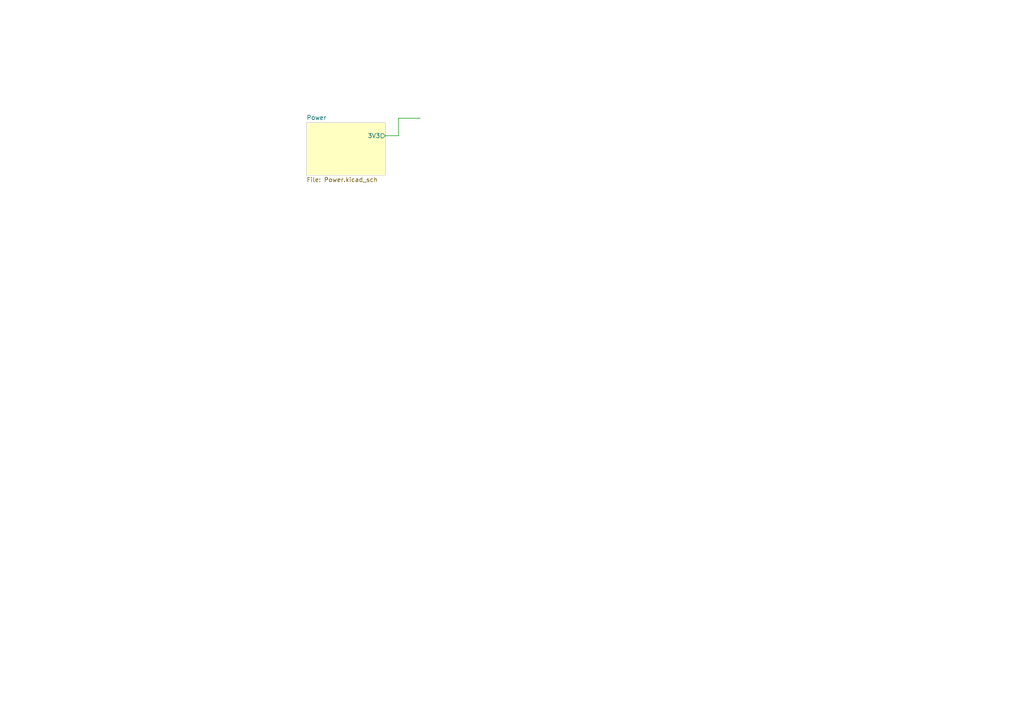
<source format=kicad_sch>
(kicad_sch
	(version 20231120)
	(generator "eeschema")
	(generator_version "8.0")
	(uuid "05696b30-5ac6-4013-a7ca-c5f42200e62f")
	(paper "A4")
	(title_block
		(title "Coffee Scales")
		(rev "1")
	)
	(lib_symbols)
	(wire
		(pts
			(xy 115.57 39.37) (xy 115.57 34.29)
		)
		(stroke
			(width 0)
			(type default)
		)
		(uuid "3ce03ef1-08b2-4b0e-b94c-afcae94756c3")
	)
	(wire
		(pts
			(xy 115.57 34.29) (xy 121.92 34.29)
		)
		(stroke
			(width 0)
			(type default)
		)
		(uuid "67f1671c-75f5-4eb6-b69a-2e32617aad10")
	)
	(wire
		(pts
			(xy 111.76 39.37) (xy 115.57 39.37)
		)
		(stroke
			(width 0)
			(type default)
		)
		(uuid "7659757d-c3d4-4a55-a4c7-4315ba98315a")
	)
	(sheet
		(at 88.9 35.56)
		(size 22.86 15.24)
		(fields_autoplaced yes)
		(stroke
			(width 0.1524)
			(type solid)
			(color 194 194 194 1)
		)
		(fill
			(color 255 255 194 1.0000)
		)
		(uuid "4446fde0-836b-40b6-a01e-2c9cfbbf53ae")
		(property "Sheetname" "Power"
			(at 88.9 34.8484 0)
			(effects
				(font
					(size 1.27 1.27)
				)
				(justify left bottom)
			)
		)
		(property "Sheetfile" "Power.kicad_sch"
			(at 88.9 51.3846 0)
			(effects
				(font
					(size 1.27 1.27)
				)
				(justify left top)
			)
		)
		(pin "3V3" output
			(at 111.76 39.37 0)
			(effects
				(font
					(size 1.27 1.27)
				)
				(justify right)
			)
			(uuid "386cb1c2-b6d7-4862-b3b8-23a2c1028296")
		)
		(instances
			(project "CoffeeScales"
				(path "/05696b30-5ac6-4013-a7ca-c5f42200e62f"
					(page "2")
				)
			)
		)
	)
	(sheet_instances
		(path "/"
			(page "1")
		)
	)
)

</source>
